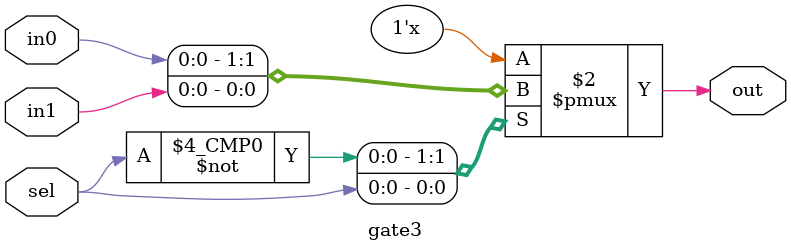
<source format=v>
`timescale 1ns / 1ps


module gate3(
    input in0,
    input in1,
    input sel,
    output reg out
);

    // Varianta 2 cu ALWAYS and if
    
    always @(*) begin
        
        case (sel)
            0: begin
                out = in0;
            end
            1: begin
                out = in1;
            end
        endcase
        
    end
  
endmodule

</source>
